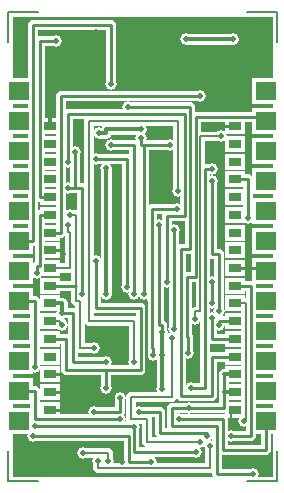
<source format=gbr>
G04 GERBER FORMAT: RX-274-X*
G04 BOARD: QUICKBLUE*
G04 ARTWORK OF SOLD.LAYERPOSITIVE SUPERIMPOSED ON NEGATIVE*
%ASAXBY*%
%FSLAX33Y33*%
%MIA0B0*%
%MOMM*%
%OFA0.000B0.000*%
%SFA1B1*%
%IJA0B0*%
%INLAYER29NEGPOS*%
%IOA0B0*%
%IPPOS*%
%IR0*%
G04 APERTURE MACROS*
%AMEDWDONUT*
1,1,$1,$2,$3*
1,0,$4,$2,$3*
%
%AMEDWFRECT*
20,1,$1,$2,$3,$4,$5,$6*
%
%AMEDWORECT*
20,1,$1,$2,$3,$4,$5,$10*
20,1,$1,$4,$5,$6,$7,$10*
20,1,$1,$6,$7,$8,$9,$10*
20,1,$1,$8,$9,$2,$3,$10*
1,1,$1,$2,$3*
1,1,$1,$4,$5*
1,1,$1,$6,$7*
1,1,$1,$8,$9*
%
%AMEDWLINER*
20,1,$1,$2,$3,$4,$5,$6*
1,1,$1,$2,$3*
1,1,$1,$4,$5*
%
%AMEDWFTRNG*
4,1,3,$1,$2,$3,$4,$5,$6,$7,$8,$9*
%
%AMEDWATRNG*
4,1,3,$1,$2,$3,$4,$5,$6,$7,$8,$9*
20,1,$11,$1,$2,$3,$4,$10*
20,1,$11,$3,$4,$5,$6,$10*
20,1,$11,$5,$6,$7,$8,$10*
1,1,$11,$3,$4*
1,1,$11,$5,$6*
1,1,$11,$7,$8*
%
%AMEDWOTRNG*
20,1,$1,$2,$3,$4,$5,$8*
20,1,$1,$4,$5,$6,$7,$8*
20,1,$1,$6,$7,$2,$3,$8*
1,1,$1,$2,$3*
1,1,$1,$4,$5*
1,1,$1,$6,$7*
%
G04*
G04 APERTURE LIST*
%ADD10R,1.651X1.778*%
%ADD11R,2.261X2.388*%
%ADD12R,1.397X1.524*%
%ADD13R,2.007X2.134*%
%ADD14R,1.346X4.953*%
%ADD15R,1.956X5.563*%
%ADD16R,1.092X4.699*%
%ADD17R,1.702X5.309*%
%ADD18R,1.100X0.650*%
%ADD19R,1.710X1.260*%
%ADD20R,1.000X0.550*%
%ADD21R,1.610X1.160*%
%ADD22R,1.100X0.550*%
%ADD23R,1.710X1.160*%
%ADD24R,1.000X0.450*%
%ADD25R,1.610X1.060*%
%ADD26R,0.406X1.930*%
%ADD27R,1.016X2.540*%
%ADD28R,0.254X1.778*%
%ADD29R,0.864X2.388*%
%ADD30R,1.930X0.406*%
%ADD31R,2.540X1.016*%
%ADD32R,1.778X0.254*%
%ADD33R,2.388X0.864*%
%ADD34R,1.270X1.473*%
%ADD35R,1.880X2.083*%
%ADD36R,1.016X1.219*%
%ADD37R,1.626X1.829*%
%ADD38R,1.300X1.000*%
%ADD39R,1.910X1.610*%
%ADD40R,1.100X0.800*%
%ADD41R,1.710X1.410*%
%ADD42R,1.778X1.651*%
%ADD43R,2.388X2.261*%
%ADD44R,1.524X1.397*%
%ADD45R,2.134X2.007*%
%ADD46R,1.850X1.750*%
%ADD47R,2.460X2.360*%
%ADD48R,1.750X1.650*%
%ADD49R,2.360X2.260*%
%ADD50C,0.025*%
%ADD52C,0.051*%
%ADD53R,0.051X0.051*%
%ADD54C,0.076*%
%ADD55R,0.076X0.076*%
%ADD56C,0.102*%
%ADD57R,0.102X0.102*%
%ADD58C,0.127*%
%ADD59R,0.127X0.127*%
%ADD60C,0.140*%
%ADD62C,0.170*%
%ADD63R,0.170X0.170*%
%ADD64C,0.200*%
%ADD65R,0.200X0.200*%
%ADD66C,0.203*%
%ADD68C,0.203*%
%ADD70C,0.220*%
%ADD72C,0.250*%
%ADD73R,0.250X0.250*%
%ADD74C,0.254*%
%ADD75R,0.254X0.254*%
%ADD76C,0.305*%
%ADD78C,0.305*%
%ADD80C,0.330*%
%ADD82C,0.500*%
%ADD83R,0.500X0.500*%
%ADD84C,0.600*%
%ADD86C,0.610*%
%ADD88C,0.737*%
%ADD90C,0.750*%
%ADD92C,0.762*%
%ADD93R,0.762X0.762*%
%ADD94C,0.780*%
%ADD95R,0.780X0.780*%
%ADD96C,0.810*%
%ADD98C,0.813*%
%ADD100C,0.813*%
%ADD102C,0.830*%
%ADD104C,0.914*%
%ADD106C,0.940*%
%ADD108C,1.000*%
%ADD109R,1.000X1.000*%
%ADD110C,1.100*%
%ADD111R,1.100X1.100*%
%ADD112C,1.270*%
%ADD113R,1.270X1.270*%
%ADD115R,1.397X1.397*%
%ADD117R,1.400X1.400*%
%ADD118C,1.422*%
%ADD119R,1.422X1.422*%
%ADD120C,1.500*%
%ADD121R,1.500X1.500*%
%ADD122C,1.524*%
%ADD123R,1.524X1.524*%
%ADD124C,1.575*%
%ADD125R,1.575X1.575*%
%ADD127R,1.600X1.600*%
%ADD129R,1.650X1.650*%
%ADD131R,1.651X1.651*%
%ADD132C,1.750*%
%ADD133R,1.750X1.750*%
%ADD134C,1.754*%
%ADD135R,1.754X1.754*%
%ADD136C,1.778*%
%ADD137R,1.778X1.778*%
%ADD139R,1.854X1.854*%
%ADD141R,1.872X1.872*%
%ADD143R,1.905X1.905*%
%ADD145R,1.984X1.984*%
%ADD146C,2.000*%
%ADD147R,2.000X2.000*%
%ADD148C,2.004*%
%ADD149R,2.004X2.004*%
%ADD151R,2.007X2.007*%
%ADD153R,2.010X2.010*%
%ADD154C,2.032*%
%ADD155R,2.032X2.032*%
%ADD157R,2.110X2.110*%
%ADD158C,2.134*%
%ADD159R,2.134X2.134*%
%ADD160C,2.184*%
%ADD161R,2.184X2.184*%
%ADD163R,2.210X2.210*%
%ADD165R,2.260X2.260*%
%ADD167R,2.261X2.261*%
%ADD169R,2.286X2.286*%
%ADD171R,2.360X2.360*%
%ADD172C,2.388*%
%ADD173R,2.388X2.388*%
%ADD175R,2.464X2.464*%
%ADD177R,2.482X2.482*%
%ADD179R,2.515X2.515*%
%ADD181R,2.594X2.594*%
%ADD182C,2.610*%
%ADD183R,2.610X2.610*%
%ADD184C,2.642*%
%ADD185R,2.642X2.642*%
%ADD186C,2.794*%
%ADD187R,2.794X2.794*%
%ADD189R,2.835X2.835*%
%ADD191R,2.896X2.896*%
%ADD193R,3.048X3.048*%
%ADD195R,3.302X3.302*%
%ADD197R,3.445X3.445*%
%ADD199R,3.658X3.658*%
%ADD201R,3.912X3.912*%
%ADD202C,6.452*%
%ADD203R,6.452X6.452*%
%ADD204C,8.992*%
%ADD205R,8.992X8.992*%
%ADD206C,11.532*%
%ADD207R,11.532X11.532*%
%ADD208C,14.072*%
%ADD209R,14.072X14.072*%
%ADD210C,16.612*%
%ADD211R,16.612X16.612*%
%ADD212C,19.152*%
%ADD213R,19.152X19.152*%
%ADD214C,21.692*%
%ADD215R,21.692X21.692*%
%ADD216C,24.232*%
%ADD217R,24.232X24.232*%
%ADD218C,26.772*%
%ADD219R,26.772X26.772*%
%ADD220C,29.312*%
%ADD221R,29.312X29.312*%
%ADD222C,31.852*%
%ADD223R,31.852X31.852*%
%ADD224C,34.392*%
%ADD225R,34.392X34.392*%
%ADD226C,36.932*%
%ADD227R,36.932X36.932*%
%ADD228C,39.472*%
%ADD229R,39.472X39.472*%
%ADD230C,42.012*%
%ADD231R,42.012X42.012*%
%ADD232C,44.552*%
%ADD233R,44.552X44.552*%
%ADD234C,47.092*%
%ADD235R,47.092X47.092*%
%ADD236C,49.632*%
%ADD237R,49.632X49.632*%
G04*
%LNLLAYER29CPOURD*%
%LPD*%
G36*
X22190Y17752D02*
X22824Y18703D01*
X22824Y39625D01*
X0Y39625D01*
X0Y0D01*
X22824Y0D01*
X22824Y16801D01*
X22190Y17752D01*
G37*
G36*
X22190Y17752D02*
X22824Y20288D01*
X22824Y13948D01*
X22190Y17752D01*
G37*
%LNLLAYER29CRELIEVEC*%
%LPC*%
D88* 
X0Y0D02*
X22824Y0D01*
X22824Y39625D01*
X0Y39625D01*
X0Y0D01*
D41* 
X19220Y28492D02*D03*
X19220Y26992D02*D03*
X19220Y25492D02*D03*
X19220Y23992D02*D03*
X19220Y22492D02*D03*
X19220Y20992D02*D03*
X19220Y19492D02*D03*
X19220Y16492D02*D03*
X19220Y14992D02*D03*
X19220Y13492D02*D03*
X19220Y11992D02*D03*
X19220Y10492D02*D03*
X19220Y8992D02*D03*
X19220Y7492D02*D03*
X3620Y10492D02*D03*
X3620Y11992D02*D03*
X3620Y13492D02*D03*
X3620Y14992D02*D03*
X3620Y16492D02*D03*
X3620Y17992D02*D03*
X3620Y20992D02*D03*
X3620Y22492D02*D03*
X3620Y23992D02*D03*
X3620Y25492D02*D03*
X3620Y26992D02*D03*
X3620Y28492D02*D03*
D49* 
X951Y10144D02*D03*
X951Y7608D02*D03*
X951Y12680D02*D03*
X951Y5072D02*D03*
X951Y32968D02*D03*
X951Y30432D02*D03*
X951Y17752D02*D03*
X951Y20288D02*D03*
X951Y22824D02*D03*
X951Y15216D02*D03*
X21873Y7608D02*D03*
X21873Y10144D02*D03*
X21873Y12680D02*D03*
X21873Y15216D02*D03*
X21873Y32968D02*D03*
X21873Y30432D02*D03*
X21873Y22824D02*D03*
X21873Y25360D02*D03*
X21873Y27896D02*D03*
X21873Y5072D02*D03*
X21873Y20288D02*D03*
X951Y25360D02*D03*
X951Y27896D02*D03*
D41* 
X3620Y7492D02*D03*
X3620Y19492D02*D03*
X3620Y5992D02*D03*
X19220Y5992D02*D03*
X19220Y17992D02*D03*
X19220Y29992D02*D03*
X3620Y29992D02*D03*
X3620Y8992D02*D03*
D49* 
X21873Y17752D02*D03*
D108*
X2120Y3792D02*D03*
X7720Y29392D02*D03*
X11320Y29792D02*D03*
X13720Y28392D02*D03*
X8320Y7792D02*D03*
X7520Y18592D02*D03*
X5280Y22472D02*D03*
X7320Y11192D02*D03*
X8320Y9992D02*D03*
X4640Y14152D02*D03*
X4640Y13192D02*D03*
X10240Y31592D02*D03*
X13120Y10632D02*D03*
X13120Y7752D02*D03*
X13120Y12552D02*D03*
X12120Y1592D02*D03*
X12800Y21672D02*D03*
X20800Y552D02*D03*
X15360Y6152D02*D03*
X11120Y5792D02*D03*
X16920Y3792D02*D03*
X18920Y3792D02*D03*
X17920Y13192D02*D03*
X17320Y13792D02*D03*
X17320Y26392D02*D03*
X15520Y7792D02*D03*
X15920Y2392D02*D03*
X10720Y4552D02*D03*
X2320Y4592D02*D03*
X2320Y9592D02*D03*
X12320Y10592D02*D03*
X14320Y22992D02*D03*
X20320Y22192D02*D03*
X11520Y15792D02*D03*
X11320Y28992D02*D03*
X14120Y12792D02*D03*
X17320Y16792D02*D03*
X17320Y14992D02*D03*
X18080Y29192D02*D03*
X15840Y13672D02*D03*
X15320Y10792D02*D03*
X14400Y24552D02*D03*
X10720Y9992D02*D03*
X17320Y25392D02*D03*
X17920Y14392D02*D03*
X14520Y5192D02*D03*
X9520Y6992D02*D03*
X7320Y5792D02*D03*
X20000Y5032D02*D03*
X17120Y2952D02*D03*
X7680Y1672D02*D03*
X5120Y21672D02*D03*
X9520Y5192D02*D03*
X16320Y32592D02*D03*
X5120Y24792D02*D03*
X5720Y27792D02*D03*
X6320Y15792D02*D03*
X7520Y27192D02*D03*
X10120Y16392D02*D03*
X8720Y33592D02*D03*
X8720Y28392D02*D03*
X10720Y15792D02*D03*
X5120Y26992D02*D03*
X13520Y16792D02*D03*
X16320Y3272D02*D03*
X13920Y12072D02*D03*
X14120Y21192D02*D03*
X19120Y37392D02*D03*
X15120Y37392D02*D03*
X6400Y2312D02*D03*
X8480Y1672D02*D03*
X2520Y17592D02*D03*
X4120Y37192D02*D03*
X8320Y15792D02*D03*
X8320Y26472D02*D03*
D80* 
X9120Y15752D02*
X9120Y18192D01*
X9440Y18192D01*
X9440Y20242D01*
D70* 
X9120Y15752D02*
X9720Y15752D01*
X9720Y15192D01*
X11750Y15192D01*
X11750Y8392D01*
X8920Y8392D01*
X8920Y6904D01*
X7200Y6904D01*
X4487Y7492D02*
X4487Y6904D01*
X4920Y6904D01*
X4487Y7492D02*
X4490Y7492D01*
X4490Y8992D01*
X3620Y8992D01*
X7200Y6904D02*
X4920Y6904D01*
X4920Y5992D01*
X3620Y5992D01*
X18080Y21032D02*
X18080Y26592D01*
X18120Y26592D01*
X18120Y27192D01*
D80* 
X7520Y34152D02*
X7520Y37992D01*
D70* 
X4487Y7492D02*
X3620Y7492D01*
X4720Y19192D02*
X4720Y19492D01*
X3620Y19492D01*
X16920Y29992D02*
X19220Y29992D01*
X21873Y17752D02*
X21873Y17992D01*
X19220Y17992D01*
D80* 
X7520Y34152D02*
X3620Y34152D01*
X3620Y29992D01*
D102*
X15360Y6152D02*
X13920Y6152D01*
X13920Y4592D01*
X17720Y4592D01*
X17720Y552D01*
X20800Y552D01*
D64* 
X18880Y5032D02*
X18920Y5032D01*
D66* 
X18920Y5032D02*
X18920Y5992D01*
D64* 
X18920Y5992D02*
X19220Y5992D01*
D70* 
X2120Y2992D02*
X9720Y2992D01*
X9720Y1592D01*
D106*
X18320Y7492D02*
X19220Y7492D01*
D102*
X18320Y7492D02*
X18320Y8992D01*
D106*
X18320Y8992D02*
X19220Y8992D01*
D102*
X12120Y1592D02*
X10290Y1592D01*
X10290Y3792D01*
X2120Y3792D01*
D106*
X11320Y29792D02*
X8320Y29792D01*
X8320Y29392D01*
X7720Y29392D01*
X13120Y10632D02*
X13120Y12552D01*
X13120Y10632D02*
X13120Y7752D01*
D102*
X15360Y6152D02*
X18320Y6152D01*
X18320Y7492D01*
X13120Y12552D02*
X13120Y13192D01*
X12800Y13192D01*
X12800Y21672D01*
X5760Y16492D02*
X3620Y16492D01*
X4640Y14152D02*
X5520Y14152D01*
X5520Y9992D01*
X8320Y9992D01*
D106*
X4640Y14152D02*
X4640Y14992D01*
X3620Y14992D01*
D90* 
X4640Y13192D02*
X4480Y13192D01*
D98* 
X4480Y13192D02*
X4480Y13512D01*
X3620Y13512D01*
D90* 
X3620Y13512D02*
X3620Y13492D01*
D102*
X10240Y31592D02*
X15460Y31592D01*
X15460Y19592D01*
X14720Y19592D01*
X14720Y7192D01*
X17320Y7192D01*
X17320Y10492D01*
X19220Y10492D01*
X11520Y28392D02*
X11320Y28392D01*
X11320Y28992D01*
X11520Y28392D02*
X13720Y28392D01*
X8320Y9392D02*
X8320Y7792D01*
X8320Y9392D02*
X4920Y9392D01*
X4920Y11992D01*
X3620Y11992D01*
X8320Y9392D02*
X11320Y9392D01*
X11320Y14592D01*
X7520Y14592D01*
X7520Y18592D01*
D96* 
X5280Y22472D02*
X5760Y22472D01*
X5760Y16492D01*
X7320Y11192D02*
X6120Y11192D01*
X6120Y15192D01*
X5760Y15192D01*
X5760Y16492D01*
D102*
X17320Y13792D02*
X17320Y11992D01*
X19220Y11992D01*
X17320Y26392D02*
X16720Y26392D01*
X16720Y7792D01*
X15520Y7792D01*
X10720Y4552D02*
X10720Y2392D01*
X15920Y2392D01*
X10720Y4552D02*
X10720Y4592D01*
X2320Y4592D01*
X2320Y9592D02*
X2320Y15216D01*
X951Y15216D01*
X12320Y10592D02*
X12320Y11192D01*
X12205Y11192D01*
X12205Y22992D01*
X14320Y22992D01*
X20320Y22192D02*
X20320Y25492D01*
X19220Y25492D01*
X11520Y28392D02*
X11520Y15792D01*
X17320Y25392D02*
X17320Y19192D01*
X17920Y19192D01*
X17920Y14392D01*
X14520Y5192D02*
X18230Y5192D01*
X18230Y2592D01*
X21873Y2592D01*
X21873Y5072D01*
X9520Y6992D02*
X9520Y5792D01*
X7320Y5792D01*
D90* 
X20000Y5032D02*
X20160Y5032D01*
D98* 
X20160Y5032D02*
X20160Y14992D01*
X19220Y14992D01*
X17120Y2952D02*
X17120Y1032D01*
X7680Y1032D01*
X7680Y1672D01*
D102*
X11120Y5792D02*
X12920Y5792D01*
X12920Y3992D01*
X16920Y3992D01*
X16920Y3792D01*
X18920Y3792D02*
X20624Y3792D01*
X20624Y16492D01*
X19220Y16492D01*
X17920Y13192D02*
X17920Y13492D01*
X19220Y13492D01*
X14120Y21192D02*
X14120Y12792D01*
X17320Y16792D02*
X17320Y14992D01*
D90* 
X18080Y29192D02*
X16320Y29192D01*
X16320Y14312D01*
X15840Y14312D01*
X15840Y13672D01*
D102*
X15320Y10792D02*
X15320Y12192D01*
X15210Y12192D01*
X15210Y17192D01*
X15920Y17192D01*
X15920Y30792D01*
X21873Y30792D01*
X21873Y30432D01*
D98* 
X14400Y24552D02*
X14400Y30472D01*
X6880Y30472D01*
X6880Y13512D01*
X10720Y13512D01*
X10720Y9992D01*
D102*
X5720Y24792D02*
X5720Y27792D01*
X6320Y15792D02*
X6320Y24792D01*
X5720Y24792D01*
X7520Y27192D02*
X10120Y27192D01*
X10120Y16392D01*
X8720Y33592D02*
X8720Y38592D01*
X2158Y38592D01*
X2158Y20288D01*
X951Y20288D01*
X8720Y28392D02*
X10720Y28392D01*
X10720Y15792D01*
X5120Y26992D02*
X5120Y30992D01*
X15000Y30992D01*
X15000Y22392D01*
X13520Y22392D01*
X13520Y16792D01*
D98* 
X16320Y3272D02*
X11840Y3272D01*
X11840Y5192D01*
X10480Y5192D01*
X10480Y7112D01*
X13920Y7112D01*
X13920Y12072D01*
D106*
X8320Y26472D02*
X8320Y15792D01*
D96* 
X5120Y21672D02*
X5120Y21032D01*
X5280Y21032D01*
X5280Y17992D01*
X3620Y17992D01*
D102*
X9520Y5192D02*
X2320Y5192D01*
X2320Y7608D01*
X951Y7608D01*
X16320Y32592D02*
X4520Y32592D01*
X4520Y20992D01*
X3620Y20992D01*
X5120Y24792D02*
X5720Y24792D01*
D106*
X19120Y37392D02*
X15120Y37392D01*
D98* 
X6400Y2312D02*
X8480Y2312D01*
X8480Y1672D01*
D102*
X2520Y17592D02*
X2520Y18192D01*
X2720Y18192D01*
X2720Y22492D01*
X3620Y22492D01*
X4120Y37192D02*
X2720Y37192D01*
X2720Y23992D01*
X3620Y23992D01*
%LNLLAYER29CFILLD*%
%LPD*%
D58* 
X0Y0D02*
X2540Y0D01*
X22824Y0D02*
X20284Y0D01*
X22824Y0D02*
X22824Y2540D01*
X22824Y39625D02*
X22824Y37085D01*
X22824Y39625D02*
X20284Y39625D01*
X0Y39625D02*
X2540Y39625D01*
X0Y39625D02*
X0Y37085D01*
X0Y0D02*
X0Y2540D01*
D40* 
X19220Y28492D02*D03*
X19220Y26992D02*D03*
X19220Y25492D02*D03*
X19220Y23992D02*D03*
X19220Y22492D02*D03*
X19220Y20992D02*D03*
X19220Y19492D02*D03*
X19220Y16492D02*D03*
X19220Y14992D02*D03*
X19220Y13492D02*D03*
X19220Y11992D02*D03*
X19220Y10492D02*D03*
X19220Y8992D02*D03*
X19220Y7492D02*D03*
X3620Y10492D02*D03*
X3620Y11992D02*D03*
X3620Y13492D02*D03*
X3620Y14992D02*D03*
X3620Y16492D02*D03*
X3620Y17992D02*D03*
X3620Y20992D02*D03*
X3620Y22492D02*D03*
X3620Y23992D02*D03*
X3620Y25492D02*D03*
X3620Y26992D02*D03*
X3620Y28492D02*D03*
D48* 
X951Y10144D02*D03*
X951Y7608D02*D03*
X951Y12680D02*D03*
X951Y5072D02*D03*
X951Y32968D02*D03*
X951Y30432D02*D03*
X951Y17752D02*D03*
X951Y20288D02*D03*
X951Y22824D02*D03*
X951Y15216D02*D03*
X21873Y7608D02*D03*
X21873Y10144D02*D03*
X21873Y12680D02*D03*
X21873Y15216D02*D03*
X21873Y32968D02*D03*
X21873Y30432D02*D03*
X21873Y22824D02*D03*
X21873Y25360D02*D03*
X21873Y27896D02*D03*
X21873Y5072D02*D03*
X21873Y20288D02*D03*
X951Y25360D02*D03*
X951Y27896D02*D03*
D40* 
X3620Y7492D02*D03*
X3620Y19492D02*D03*
X3620Y5992D02*D03*
X19220Y5992D02*D03*
X19220Y17992D02*D03*
X19220Y29992D02*D03*
X3620Y29992D02*D03*
X3620Y8992D02*D03*
D48* 
X21873Y17752D02*D03*
D82* 
X2120Y3792D02*D03*
X7720Y29392D02*D03*
X11320Y29792D02*D03*
X18880Y5032D02*D03*
X2120Y2992D02*D03*
X9720Y1592D02*D03*
X18120Y27192D02*D03*
X16920Y29992D02*D03*
X4720Y19192D02*D03*
X9440Y20242D02*D03*
X7520Y37992D02*D03*
X18080Y21032D02*D03*
X7520Y34152D02*D03*
X9120Y15752D02*D03*
X7200Y6904D02*D03*
X13720Y28392D02*D03*
X8320Y7792D02*D03*
X7520Y18592D02*D03*
X5280Y22472D02*D03*
X7320Y11192D02*D03*
X8320Y9992D02*D03*
X4640Y14152D02*D03*
X4640Y13192D02*D03*
X10240Y31592D02*D03*
X13120Y10632D02*D03*
X13120Y7752D02*D03*
X13120Y12552D02*D03*
X12120Y1592D02*D03*
X12800Y21672D02*D03*
X20800Y552D02*D03*
X15360Y6152D02*D03*
X11120Y5792D02*D03*
X16920Y3792D02*D03*
X18920Y3792D02*D03*
X17920Y13192D02*D03*
X17320Y13792D02*D03*
X17320Y26392D02*D03*
X15520Y7792D02*D03*
X15920Y2392D02*D03*
X10720Y4552D02*D03*
X2320Y4592D02*D03*
X2320Y9592D02*D03*
X12320Y10592D02*D03*
X14320Y22992D02*D03*
X20320Y22192D02*D03*
X11520Y15792D02*D03*
X11320Y28992D02*D03*
X14120Y12792D02*D03*
X17320Y16792D02*D03*
X17320Y14992D02*D03*
X18080Y29192D02*D03*
X15840Y13672D02*D03*
X15320Y10792D02*D03*
X14400Y24552D02*D03*
X10720Y9992D02*D03*
X17320Y25392D02*D03*
X17920Y14392D02*D03*
X14520Y5192D02*D03*
X9520Y6992D02*D03*
X7320Y5792D02*D03*
X20000Y5032D02*D03*
X17120Y2952D02*D03*
X7680Y1672D02*D03*
X5120Y21672D02*D03*
X9520Y5192D02*D03*
X16320Y32592D02*D03*
X5120Y24792D02*D03*
X5720Y27792D02*D03*
X6320Y15792D02*D03*
X7520Y27192D02*D03*
X10120Y16392D02*D03*
X8720Y33592D02*D03*
X8720Y28392D02*D03*
X10720Y15792D02*D03*
X5120Y26992D02*D03*
X13520Y16792D02*D03*
X16320Y3272D02*D03*
X13920Y12072D02*D03*
X14120Y21192D02*D03*
X19120Y37392D02*D03*
X15120Y37392D02*D03*
X6400Y2312D02*D03*
X8480Y1672D02*D03*
X2520Y17592D02*D03*
X4120Y37192D02*D03*
X8320Y15792D02*D03*
X8320Y26472D02*D03*
D80* 
X9120Y15752D02*
X9120Y18192D01*
X9440Y18192D01*
X9440Y20242D01*
D70* 
X9120Y15752D02*
X9720Y15752D01*
X9720Y15192D01*
X11750Y15192D01*
X11750Y8392D01*
X8920Y8392D01*
X8920Y6904D01*
X7200Y6904D01*
X4487Y7492D02*
X4487Y6904D01*
X4920Y6904D01*
X4487Y7492D02*
X4490Y7492D01*
X4490Y8992D01*
X3620Y8992D01*
X7200Y6904D02*
X4920Y6904D01*
X4920Y5992D01*
X3620Y5992D01*
X18080Y21032D02*
X18080Y26592D01*
X18120Y26592D01*
X18120Y27192D01*
D80* 
X7520Y34152D02*
X7520Y37992D01*
D70* 
X4487Y7492D02*
X3620Y7492D01*
X4720Y19192D02*
X4720Y19492D01*
X3620Y19492D01*
X16920Y29992D02*
X19220Y29992D01*
X21873Y17752D02*
X21873Y17992D01*
X19220Y17992D01*
D80* 
X7520Y34152D02*
X3620Y34152D01*
X3620Y29992D01*
D70* 
X15360Y6152D02*
X13920Y6152D01*
X13920Y4592D01*
X17720Y4592D01*
X17720Y552D01*
X20800Y552D01*
D64* 
X18880Y5032D02*
X18920Y5032D01*
D66* 
X18920Y5032D02*
X18920Y5992D01*
D64* 
X18920Y5992D02*
X19220Y5992D01*
D70* 
X2120Y2992D02*
X9720Y2992D01*
X9720Y1592D01*
D80* 
X18320Y7492D02*
X19220Y7492D01*
D70* 
X18320Y7492D02*
X18320Y8992D01*
D80* 
X18320Y8992D02*
X19220Y8992D01*
D70* 
X12120Y1592D02*
X10290Y1592D01*
X10290Y3792D01*
X2120Y3792D01*
D80* 
X11320Y29792D02*
X8320Y29792D01*
X8320Y29392D01*
X7720Y29392D01*
X13120Y10632D02*
X13120Y12552D01*
X13120Y10632D02*
X13120Y7752D01*
D70* 
X15360Y6152D02*
X18320Y6152D01*
X18320Y7492D01*
X13120Y12552D02*
X13120Y13192D01*
X12800Y13192D01*
X12800Y21672D01*
X5760Y16492D02*
X3620Y16492D01*
X4640Y14152D02*
X5520Y14152D01*
X5520Y9992D01*
X8320Y9992D01*
D80* 
X4640Y14152D02*
X4640Y14992D01*
X3620Y14992D01*
D60* 
X4640Y13192D02*
X4480Y13192D01*
D66* 
X4480Y13192D02*
X4480Y13512D01*
X3620Y13512D01*
D60* 
X3620Y13512D02*
X3620Y13492D01*
D70* 
X10240Y31592D02*
X15460Y31592D01*
X15460Y19592D01*
X14720Y19592D01*
X14720Y7192D01*
X17320Y7192D01*
X17320Y10492D01*
X19220Y10492D01*
X11520Y28392D02*
X11320Y28392D01*
X11320Y28992D01*
X11520Y28392D02*
X13720Y28392D01*
X8320Y9392D02*
X8320Y7792D01*
X8320Y9392D02*
X4920Y9392D01*
X4920Y11992D01*
X3620Y11992D01*
X8320Y9392D02*
X11320Y9392D01*
X11320Y14592D01*
X7520Y14592D01*
X7520Y18592D01*
D64* 
X5280Y22472D02*
X5760Y22472D01*
X5760Y16492D01*
X7320Y11192D02*
X6120Y11192D01*
X6120Y15192D01*
X5760Y15192D01*
X5760Y16492D01*
D70* 
X17320Y13792D02*
X17320Y11992D01*
X19220Y11992D01*
X17320Y26392D02*
X16720Y26392D01*
X16720Y7792D01*
X15520Y7792D01*
X10720Y4552D02*
X10720Y2392D01*
X15920Y2392D01*
X10720Y4552D02*
X10720Y4592D01*
X2320Y4592D01*
X2320Y9592D02*
X2320Y15216D01*
X951Y15216D01*
X12320Y10592D02*
X12320Y11192D01*
X12205Y11192D01*
X12205Y22992D01*
X14320Y22992D01*
X20320Y22192D02*
X20320Y25492D01*
X19220Y25492D01*
X11520Y28392D02*
X11520Y15792D01*
X17320Y25392D02*
X17320Y19192D01*
X17920Y19192D01*
X17920Y14392D01*
X14520Y5192D02*
X18230Y5192D01*
X18230Y2592D01*
X21873Y2592D01*
X21873Y5072D01*
X9520Y6992D02*
X9520Y5792D01*
X7320Y5792D01*
D60* 
X20000Y5032D02*
X20160Y5032D01*
D66* 
X20160Y5032D02*
X20160Y14992D01*
X19220Y14992D01*
X17120Y2952D02*
X17120Y1032D01*
X7680Y1032D01*
X7680Y1672D01*
D70* 
X11120Y5792D02*
X12920Y5792D01*
X12920Y3992D01*
X16920Y3992D01*
X16920Y3792D01*
X18920Y3792D02*
X20624Y3792D01*
X20624Y16492D01*
X19220Y16492D01*
X17920Y13192D02*
X17920Y13492D01*
X19220Y13492D01*
X14120Y21192D02*
X14120Y12792D01*
X17320Y16792D02*
X17320Y14992D01*
D60* 
X18080Y29192D02*
X16320Y29192D01*
X16320Y14312D01*
X15840Y14312D01*
X15840Y13672D01*
D70* 
X15320Y10792D02*
X15320Y12192D01*
X15210Y12192D01*
X15210Y17192D01*
X15920Y17192D01*
X15920Y30792D01*
X21873Y30792D01*
X21873Y30432D01*
D66* 
X14400Y24552D02*
X14400Y30472D01*
X6880Y30472D01*
X6880Y13512D01*
X10720Y13512D01*
X10720Y9992D01*
D70* 
X5720Y24792D02*
X5720Y27792D01*
X6320Y15792D02*
X6320Y24792D01*
X5720Y24792D01*
X7520Y27192D02*
X10120Y27192D01*
X10120Y16392D01*
X8720Y33592D02*
X8720Y38592D01*
X2158Y38592D01*
X2158Y20288D01*
X951Y20288D01*
X8720Y28392D02*
X10720Y28392D01*
X10720Y15792D01*
X5120Y26992D02*
X5120Y30992D01*
X15000Y30992D01*
X15000Y22392D01*
X13520Y22392D01*
X13520Y16792D01*
D66* 
X16320Y3272D02*
X11840Y3272D01*
X11840Y5192D01*
X10480Y5192D01*
X10480Y7112D01*
X13920Y7112D01*
X13920Y12072D01*
D80* 
X8320Y26472D02*
X8320Y15792D01*
D64* 
X5120Y21672D02*
X5120Y21032D01*
X5280Y21032D01*
X5280Y17992D01*
X3620Y17992D01*
D70* 
X9520Y5192D02*
X2320Y5192D01*
X2320Y7608D01*
X951Y7608D01*
X16320Y32592D02*
X4520Y32592D01*
X4520Y20992D01*
X3620Y20992D01*
X5120Y24792D02*
X5720Y24792D01*
D80* 
X19120Y37392D02*
X15120Y37392D01*
D66* 
X6400Y2312D02*
X8480Y2312D01*
X8480Y1672D01*
D70* 
X2520Y17592D02*
X2520Y18192D01*
X2720Y18192D01*
X2720Y22492D01*
X3620Y22492D01*
X4120Y37192D02*
X2720Y37192D01*
X2720Y23992D01*
X3620Y23992D01*
M02*

</source>
